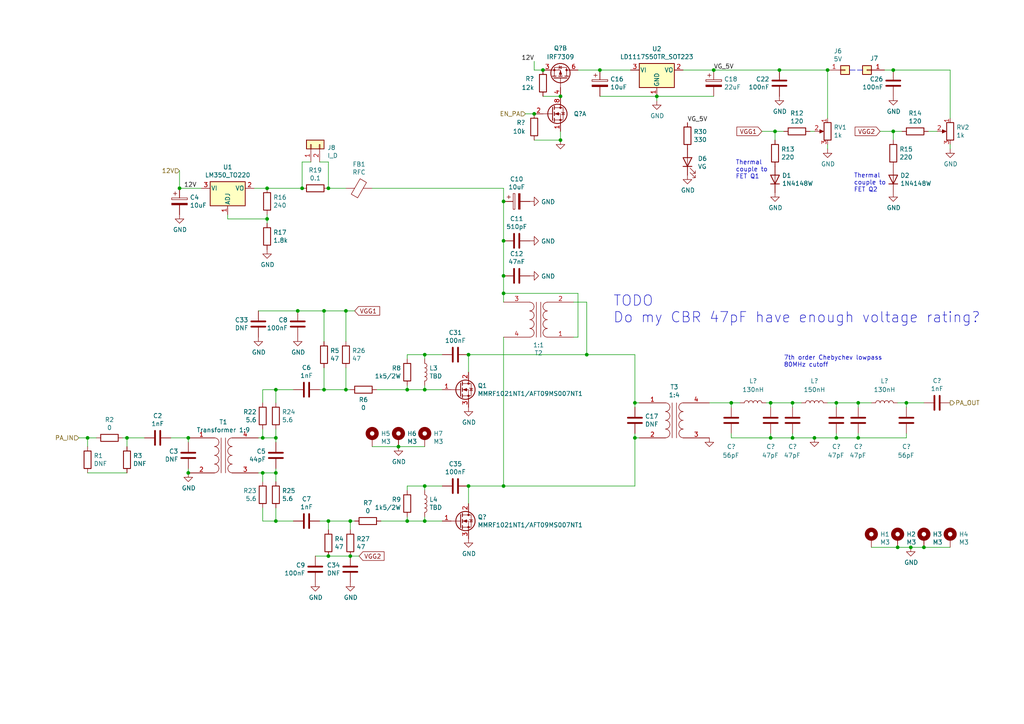
<source format=kicad_sch>
(kicad_sch (version 20211123) (generator eeschema)
  (paper "A4")
  (title_block (title "DART-70 TRX") (date "2023-01-22") (rev "0") (company "HB9EGM") (comment 1 "A 4m Band SSB/CW Transceiver"))
  (lib_symbols
    (symbol "AFT09MS007NT1-Pushpull-rescue:CP-Device" (pin_numbers hide) (pin_names (offset 0.254))
      (property "Reference" "C" (at 0.635 2.54 0))
      (property "Value" "CP-Device" (at 0.635 -2.54 0))
      (symbol "CP-Device_0_1"
        (rectangle (start -2.286 0.508) (end 2.286 1.016))
        (polyline (pts (xy -1.778 2.286) (xy -0.762 2.286)))
        (polyline (pts (xy -1.27 2.794) (xy -1.27 1.778)))
        (rectangle (start 2.286 -0.508) (end -2.286 -1.016) (fill (type outline)))
      )
      (symbol "CP-Device_1_1"
        (pin passive line (at 0 3.81 270) (length 2.794) (name "~") (number "1"))
        (pin passive line (at 0 -3.81 90) (length 2.794) (name "~") (number "2"))
      )
    )
    (symbol "AFT09MS007NT1-Pushpull-rescue:Ferrite_Bead-Device" (pin_numbers hide) (pin_names (offset 0))
      (property "Reference" "FB" (at -3.81 0.635 90))
      (property "Value" "Ferrite_Bead-Device" (at 3.81 0 90))
      (symbol "Ferrite_Bead-Device_0_1"
        (polyline (pts (xy 0 -1.27) (xy 0 -1.2192)))
        (polyline (pts (xy 0 1.27) (xy 0 1.2954)))
        (polyline (pts (xy -2.7686 0.4064) (xy -1.7018 2.2606) (xy 2.7686 -0.3048) (xy 1.6764 -2.159) (xy -2.7686 0.4064)))
      )
      (symbol "Ferrite_Bead-Device_1_1"
        (pin passive line (at 0 3.81 270) (length 2.54) (name "~") (number "1"))
        (pin passive line (at 0 -3.81 90) (length 2.54) (name "~") (number "2"))
      )
    )
    (symbol "AFT09MS007NT1-Pushpull-rescue:R_POT-Device" (pin_names (offset 1.016) hide)
      (property "Reference" "RV" (at -4.445 0 90))
      (property "Value" "R_POT-Device" (at -2.54 0 90))
      (symbol "R_POT-Device_0_1"
        (polyline (pts (xy 2.54 0) (xy 1.524 0)))
        (polyline (pts (xy 1.143 0) (xy 2.286 0.508) (xy 2.286 -0.508) (xy 1.143 0)) (fill (type outline)))
        (rectangle (start 1.016 2.54) (end -1.016 -2.54) (stroke (width 0.254)))
      )
      (symbol "R_POT-Device_1_1"
        (pin passive line (at 0 3.81 270) (length 1.27) (name "1") (number "1"))
        (pin passive line (at 3.81 0 180) (length 1.27) (name "2") (number "2"))
        (pin passive line (at 0 -3.81 90) (length 1.27) (name "3") (number "3"))
      )
    )
    (symbol "Connector_Generic:Conn_01x01" (pin_names (offset 1.016) hide)
      (property "Reference" "J" (at 0 2.54 0))
      (property "Value" "Conn_01x01" (at 0 -2.54 0))
      (symbol "Conn_01x01_1_1"
        (rectangle (start -1.27 0.127) (end 0 -0.127) (stroke (width 0.1524)))
        (rectangle (start -1.27 1.27) (end 1.27 -1.27) (stroke (width 0.254)) (fill (type background)))
        (pin passive line (at -5.08 0 0) (length 3.81) (name "Pin_1") (number "1"))
      )
    )
    (symbol "Connector_Generic:Conn_01x02" (pin_names (offset 1.016) hide)
      (property "Reference" "J" (at 0 2.54 0))
      (property "Value" "Conn_01x02" (at 0 -5.08 0))
      (symbol "Conn_01x02_1_1"
        (rectangle (start -1.27 -2.413) (end 0 -2.667) (stroke (width 0.1524)))
        (rectangle (start -1.27 0.127) (end 0 -0.127) (stroke (width 0.1524)))
        (rectangle (start -1.27 1.27) (end 1.27 -3.81) (stroke (width 0.254)) (fill (type background)))
        (pin passive line (at -5.08 0 0) (length 3.81) (name "Pin_1") (number "1"))
        (pin passive line (at -5.08 -2.54 0) (length 3.81) (name "Pin_2") (number "2"))
      )
    )
    (symbol "Device:C" (pin_numbers hide) (pin_names (offset 0.254))
      (property "Reference" "C" (at 0.635 2.54 0))
      (property "Value" "C" (at 0.635 -2.54 0))
      (symbol "C_0_1"
        (polyline (pts (xy -2.032 -0.762) (xy 2.032 -0.762)) (stroke (width 0.508)))
        (polyline (pts (xy -2.032 0.762) (xy 2.032 0.762)) (stroke (width 0.508)))
      )
      (symbol "C_1_1"
        (pin passive line (at 0 3.81 270) (length 2.794) (name "~") (number "1"))
        (pin passive line (at 0 -3.81 90) (length 2.794) (name "~") (number "2"))
      )
    )
    (symbol "Device:L" (pin_numbers hide) (pin_names (offset 1.016) hide)
      (property "Reference" "L" (at -1.27 0 90))
      (property "Value" "L" (at 1.905 0 90))
      (symbol "L_0_1"
        (arc (start 0 -2.54) (mid 0.635 -1.905) (end 0 -1.27))
        (arc (start 0 -1.27) (mid 0.635 -0.635) (end 0 0))
        (arc (start 0 0) (mid 0.635 0.635) (end 0 1.27))
        (arc (start 0 1.27) (mid 0.635 1.905) (end 0 2.54))
      )
      (symbol "L_1_1"
        (pin passive line (at 0 3.81 270) (length 1.27) (name "1") (number "1"))
        (pin passive line (at 0 -3.81 90) (length 1.27) (name "2") (number "2"))
      )
    )
    (symbol "Device:LED" (pin_numbers hide) (pin_names (offset 1.016) hide)
      (property "Reference" "D" (at 0 2.54 0))
      (property "Value" "LED" (at 0 -2.54 0))
      (symbol "LED_0_1"
        (polyline (pts (xy -1.27 -1.27) (xy -1.27 1.27)) (stroke (width 0.254)))
        (polyline (pts (xy -1.27 0) (xy 1.27 0)))
        (polyline (pts (xy 1.27 -1.27) (xy 1.27 1.27) (xy -1.27 0) (xy 1.27 -1.27)) (stroke (width 0.254)))
        (polyline (pts (xy -3.048 -0.762) (xy -4.572 -2.286) (xy -3.81 -2.286) (xy -4.572 -2.286) (xy -4.572 -1.524)))
        (polyline (pts (xy -1.778 -0.762) (xy -3.302 -2.286) (xy -2.54 -2.286) (xy -3.302 -2.286) (xy -3.302 -1.524)))
      )
      (symbol "LED_1_1"
        (pin passive line (at -3.81 0 0) (length 2.54) (name "K") (number "1"))
        (pin passive line (at 3.81 0 180) (length 2.54) (name "A") (number "2"))
      )
    )
    (symbol "Device:Q_NMOS_GDS" (pin_names (offset 0) hide)
      (property "Reference" "Q" (at 5.08 1.27 0))
      (property "Value" "Q_NMOS_GDS" (at 5.08 -1.27 0))
      (symbol "Q_NMOS_GDS_0_1"
        (polyline (pts (xy 0.254 0) (xy -2.54 0)))
        (polyline (pts (xy 0.254 1.905) (xy 0.254 -1.905)) (stroke (width 0.254)))
        (polyline (pts (xy 0.762 -1.27) (xy 0.762 -2.286)) (stroke (width 0.254)))
        (polyline (pts (xy 0.762 0.508) (xy 0.762 -0.508)) (stroke (width 0.254)))
        (polyline (pts (xy 0.762 2.286) (xy 0.762 1.27)) (stroke (width 0.254)))
        (polyline (pts (xy 2.54 2.54) (xy 2.54 1.778)))
        (polyline (pts (xy 2.54 -2.54) (xy 2.54 0) (xy 0.762 0)))
        (polyline (pts (xy 0.762 -1.778) (xy 3.302 -1.778) (xy 3.302 1.778) (xy 0.762 1.778)))
        (polyline (pts (xy 1.016 0) (xy 2.032 0.381) (xy 2.032 -0.381) (xy 1.016 0)) (fill (type outline)))
        (polyline (pts (xy 2.794 0.508) (xy 2.921 0.381) (xy 3.683 0.381) (xy 3.81 0.254)))
        (polyline (pts (xy 3.302 0.381) (xy 2.921 -0.254) (xy 3.683 -0.254) (xy 3.302 0.381)))
        (circle (center 1.651 0) (radius 2.794) (stroke (width 0.254)))
        (circle (center 2.54 -1.778) (radius 0.254) (fill (type outline)))
        (circle (center 2.54 1.778) (radius 0.254) (fill (type outline)))
      )
      (symbol "Q_NMOS_GDS_1_1"
        (pin input line (at -5.08 0 0) (length 2.54) (name "G") (number "1"))
        (pin passive line (at 2.54 5.08 270) (length 2.54) (name "D") (number "2"))
        (pin passive line (at 2.54 -5.08 90) (length 2.54) (name "S") (number "3"))
      )
    )
    (symbol "Device:R" (pin_numbers hide) (pin_names (offset 0))
      (property "Reference" "R" (at 2.032 0 90))
      (property "Value" "R" (at 0 0 90))
      (symbol "R_0_1"
        (rectangle (start -1.016 -2.54) (end 1.016 2.54) (stroke (width 0.254)))
      )
      (symbol "R_1_1"
        (pin passive line (at 0 3.81 270) (length 1.27) (name "~") (number "1"))
        (pin passive line (at 0 -3.81 90) (length 1.27) (name "~") (number "2"))
      )
    )
    (symbol "Device:Transformer_1P_1S" (pin_names (offset 1.016) hide)
      (property "Reference" "T" (at 0 6.35 0))
      (property "Value" "Transformer_1P_1S" (at 0 -7.62 0))
      (symbol "Transformer_1P_1S_0_1"
        (arc (start -2.54 -5.0546) (mid -1.6599 -4.6901) (end -1.27 -3.81))
        (arc (start -2.54 -2.5146) (mid -1.6599 -2.1501) (end -1.27 -1.27))
        (arc (start -2.54 0.0254) (mid -1.6599 0.3899) (end -1.27 1.27))
        (arc (start -2.54 2.5654) (mid -1.6599 2.9299) (end -1.27 3.81))
        (arc (start -1.27 -3.81) (mid -1.642 -2.912) (end -2.54 -2.54))
        (arc (start -1.27 -1.27) (mid -1.642 -0.372) (end -2.54 0))
        (arc (start -1.27 1.27) (mid -1.642 2.168) (end -2.54 2.54))
        (arc (start -1.27 3.81) (mid -1.642 4.708) (end -2.54 5.08))
        (polyline (pts (xy -0.635 5.08) (xy -0.635 -5.08)))
        (polyline (pts (xy 0.635 -5.08) (xy 0.635 5.08)))
        (arc (start 1.2954 -1.27) (mid 1.6599 -2.1501) (end 2.54 -2.5146))
        (arc (start 1.2954 1.27) (mid 1.6599 0.3899) (end 2.54 0.0254))
        (arc (start 1.2954 3.81) (mid 1.6599 2.9299) (end 2.54 2.5654))
        (arc (start 1.3208 -3.81) (mid 1.6853 -4.6901) (end 2.5654 -5.0546))
        (arc (start 2.54 0) (mid 1.642 -0.372) (end 1.2954 -1.27))
        (arc (start 2.54 2.54) (mid 1.642 2.168) (end 1.2954 1.27))
        (arc (start 2.54 5.08) (mid 1.642 4.708) (end 1.2954 3.81))
        (arc (start 2.5654 -2.54) (mid 1.6674 -2.912) (end 1.3208 -3.81))
      )
      (symbol "Transformer_1P_1S_1_1"
        (pin passive line (at -10.16 5.08 0) (length 7.62) (name "AA") (number "1"))
        (pin passive line (at -10.16 -5.08 0) (length 7.62) (name "AB") (number "2"))
        (pin passive line (at 10.16 -5.08 180) (length 7.62) (name "SA") (number "3"))
        (pin passive line (at 10.16 5.08 180) (length 7.62) (name "SB") (number "4"))
      )
    )
    (symbol "Diode:1N4148W" (pin_numbers hide) (pin_names hide)
      (property "Reference" "D" (at 0 2.54 0))
      (property "Value" "1N4148W" (at 0 -2.54 0))
      (symbol "1N4148W_0_1"
        (polyline (pts (xy -1.27 1.27) (xy -1.27 -1.27)) (stroke (width 0.254)))
        (polyline (pts (xy 1.27 0) (xy -1.27 0)))
        (polyline (pts (xy 1.27 1.27) (xy 1.27 -1.27) (xy -1.27 0) (xy 1.27 1.27)) (stroke (width 0.254)))
      )
      (symbol "1N4148W_1_1"
        (pin passive line (at -3.81 0 0) (length 2.54) (name "K") (number "1"))
        (pin passive line (at 3.81 0 180) (length 2.54) (name "A") (number "2"))
      )
    )
    (symbol "Mechanical:MountingHole_Pad" (pin_numbers hide) (pin_names (offset 1.016) hide)
      (property "Reference" "H" (at 0 6.35 0))
      (property "Value" "MountingHole_Pad" (at 0 4.445 0))
      (symbol "MountingHole_Pad_0_1"
        (circle (center 0 1.27) (radius 1.27) (stroke (width 1.27)))
      )
      (symbol "MountingHole_Pad_1_1"
        (pin input line (at 0 -2.54 90) (length 2.54) (name "1") (number "1"))
      )
    )
    (symbol "Regulator_Linear:LD1117S50TR_SOT223" (pin_names (offset 0.254))
      (property "Reference" "U" (at -3.81 3.175 0))
      (property "Value" "LD1117S50TR_SOT223" (at 0 3.175 0))
      (symbol "LD1117S50TR_SOT223_0_1"
        (rectangle (start -5.08 -5.08) (end 5.08 1.905) (stroke (width 0.254)) (fill (type background)))
      )
      (symbol "LD1117S50TR_SOT223_1_1"
        (pin power_in line (at 0 -7.62 90) (length 2.54) (name "GND") (number "1"))
        (pin power_out line (at 7.62 0 180) (length 2.54) (name "VO") (number "2"))
        (pin power_in line (at -7.62 0 0) (length 2.54) (name "VI") (number "3"))
      )
    )
    (symbol "Regulator_Linear:LM350_TO220" (pin_names (offset 0.254))
      (property "Reference" "U" (at -3.81 3.175 0))
      (property "Value" "LM350_TO220" (at 0 3.175 0))
      (symbol "LM350_TO220_0_1"
        (rectangle (start -5.08 1.905) (end 5.08 -5.08) (stroke (width 0.254)) (fill (type background)))
      )
      (symbol "LM350_TO220_1_1"
        (pin input line (at 0 -7.62 90) (length 2.54) (name "ADJ") (number "1"))
        (pin power_out line (at 7.62 0 180) (length 2.54) (name "VO") (number "2"))
        (pin power_in line (at -7.62 0 0) (length 2.54) (name "VI") (number "3"))
      )
    )
    (symbol "Transistor_FET:IRF7309IPBF" (pin_names hide)
      (property "Reference" "Q" (at 5.08 1.905 0))
      (property "Value" "IRF7309IPBF" (at 5.08 0 0))
      (symbol "IRF7309IPBF_0_1"
        (polyline (pts (xy 0.254 0) (xy -2.54 0)))
        (polyline (pts (xy 0.254 1.905) (xy 0.254 -1.905)) (stroke (width 0.254)))
        (polyline (pts (xy 0.762 -1.27) (xy 0.762 -2.286)) (stroke (width 0.254)))
        (polyline (pts (xy 0.762 0.508) (xy 0.762 -0.508)) (stroke (width 0.254)))
        (polyline (pts (xy 0.762 2.286) (xy 0.762 1.27)) (stroke (width 0.254)))
        (polyline (pts (xy 2.54 2.54) (xy 2.54 1.778)))
        (polyline (pts (xy 2.54 -2.54) (xy 2.54 0) (xy 0.762 0)))
        (polyline (pts (xy 0.762 -1.778) (xy 3.302 -1.778) (xy 3.302 1.778) (xy 0.762 1.778)))
        (circle (center 1.651 0) (radius 2.794) (stroke (width 0.254)))
        (circle (center 2.54 -1.778) (radius 0.254) (fill (type outline)))
        (circle (center 2.54 1.778) (radius 0.254) (fill (type outline)))
      )
      (symbol "IRF7309IPBF_1_1"
        (polyline (pts (xy 1.016 0) (xy 2.032 0.381) (xy 2.032 -0.381) (xy 1.016 0)) (fill (type outline)))
        (polyline (pts (xy 2.794 0.508) (xy 2.921 0.381) (xy 3.683 0.381) (xy 3.81 0.254)))
        (polyline (pts (xy 3.302 0.381) (xy 2.921 -0.254) (xy 3.683 -0.254) (xy 3.302 0.381)))
        (pin passive line (at 2.54 -5.08 90) (length 2.54) (name "S") (number "1"))
        (pin input line (at -5.08 0 0) (length 2.54) (name "G") (number "2"))
        (pin passive line (at 2.54 5.08 270) (length 2.54) hide (name "D") (number "7"))
        (pin passive line (at 2.54 5.08 270) (length 2.54) (name "D") (number "8"))
      )
      (symbol "IRF7309IPBF_2_1"
        (polyline (pts (xy 2.286 0) (xy 1.27 0.381) (xy 1.27 -0.381) (xy 2.286 0)) (fill (type outline)))
        (polyline (pts (xy 2.794 -0.508) (xy 2.921 -0.381) (xy 3.683 -0.381) (xy 3.81 -0.254)))
        (polyline (pts (xy 3.302 -0.381) (xy 2.921 0.254) (xy 3.683 0.254) (xy 3.302 -0.381)))
        (pin passive line (at 2.54 -5.08 90) (length 2.54) (name "1") (number "3"))
        (pin input line (at -5.08 0 0) (length 2.54) (name "G") (number "4"))
        (pin passive line (at 2.54 5.08 270) (length 2.54) hide (name "D") (number "5"))
        (pin passive line (at 2.54 5.08 270) (length 2.54) (name "D") (number "6"))
      )
    )
    (symbol "power:GND" (power) (pin_names (offset 0))
      (property "Value" "GND" (at 0 -3.81 0))
      (symbol "GND_0_1"
        (polyline (pts (xy 0 0) (xy 0 -1.27) (xy 1.27 -1.27) (xy 0 -2.54) (xy -1.27 -1.27) (xy 0 -1.27)))
      )
      (symbol "GND_1_1"
        (pin power_in line (at 0 0 270) (length 0) hide (name "GND") (number "1"))
      )
    )
    (symbol "power:GNDA" (power) (pin_names (offset 0))
      (property "Value" "GNDA" (at 0 -3.81 0))
      (symbol "GNDA_0_1"
        (polyline (pts (xy 0 0) (xy 0 -1.27) (xy 1.27 -1.27) (xy 0 -2.54) (xy -1.27 -1.27) (xy 0 -1.27)))
      )
      (symbol "GNDA_1_1"
        (pin power_in line (at 0 0 270) (length 0) hide (name "GNDA") (number "1"))
      )
    )
  )
  (junction (at 259.08 20.32))
  (junction (at 100.33 113.03))
  (junction (at 223.52 116.84))
  (junction (at 229.87 127))
  (junction (at 118.11 113.03))
  (junction (at 248.92 127))
  (junction (at 146.05 140.97))
  (junction (at 87.63 54.61))
  (junction (at 260.35 158.75))
  (junction (at 184.15 116.84))
  (junction (at 154.94 33.02))
  (junction (at 93.98 90.17))
  (junction (at 236.22 127))
  (junction (at 146.05 58.42))
  (junction (at 162.56 40.64))
  (junction (at 86.36 90.17))
  (junction (at 190.5 27.94))
  (junction (at 264.16 158.75))
  (junction (at 115.57 129.54))
  (junction (at 36.83 127))
  (junction (at 212.09 116.84))
  (junction (at 100.33 90.17))
  (junction (at 146.05 80.01))
  (junction (at 259.08 38.1))
  (junction (at 240.03 20.32))
  (junction (at 170.18 102.87))
  (junction (at 135.89 140.97))
  (junction (at 184.15 127))
  (junction (at 80.01 113.03))
  (junction (at 54.61 137.16))
  (junction (at 123.19 102.87))
  (junction (at 123.19 151.13))
  (junction (at 118.11 151.13))
  (junction (at 224.79 38.1))
  (junction (at 80.01 137.16))
  (junction (at 95.25 54.61))
  (junction (at 95.25 151.13))
  (junction (at 267.97 158.75))
  (junction (at 248.92 116.84))
  (junction (at 52.07 54.61))
  (junction (at 76.2 137.16))
  (junction (at 135.89 102.87))
  (junction (at 242.57 116.84))
  (junction (at 146.05 69.85))
  (junction (at 80.01 151.13))
  (junction (at 229.87 116.84))
  (junction (at 93.98 113.03))
  (junction (at 77.47 63.5))
  (junction (at 123.19 113.03))
  (junction (at 95.25 161.29))
  (junction (at 242.57 127))
  (junction (at 157.48 20.32))
  (junction (at 223.52 127))
  (junction (at 54.61 127))
  (junction (at 207.01 20.32))
  (junction (at 146.05 85.09))
  (junction (at 101.6 161.29))
  (junction (at 173.99 20.32))
  (junction (at 25.4 127))
  (junction (at 77.47 54.61))
  (junction (at 226.06 20.32))
  (junction (at 80.01 127))
  (junction (at 162.56 27.94))
  (junction (at 262.89 116.84))
  (junction (at 101.6 151.13))
  (junction (at 123.19 140.97))
  (junction (at 76.2 127))
  (wire (pts (xy 100.33 99.06) (xy 100.33 90.17)))
  (wire (pts (xy 262.89 125.73) (xy 262.89 127)))
  (wire (pts (xy 223.52 116.84) (xy 229.87 116.84)))
  (wire (pts (xy 93.98 113.03) (xy 93.98 106.68)))
  (wire (pts (xy 166.37 87.63) (xy 170.18 87.63)))
  (wire (pts (xy 80.01 124.46) (xy 80.01 127)))
  (wire (pts (xy 212.09 118.11) (xy 212.09 116.84)))
  (wire (pts (xy 76.2 139.7) (xy 76.2 137.16)))
  (wire (pts (xy 101.6 151.13) (xy 95.25 151.13)))
  (wire (pts (xy 76.2 137.16) (xy 74.93 137.16)))
  (wire (pts (xy 80.01 139.7) (xy 80.01 137.16)))
  (wire (pts (xy 146.05 97.79) (xy 146.05 140.97)))
  (wire (pts (xy 229.87 125.73) (xy 229.87 127)))
  (wire (pts (xy 123.19 140.97) (xy 118.11 140.97)))
  (wire (pts (xy 242.57 125.73) (xy 242.57 127)))
  (wire (pts (xy 85.09 113.03) (xy 80.01 113.03)))
  (wire (pts (xy 259.08 38.1) (xy 261.62 38.1)))
  (wire (pts (xy 198.12 20.32) (xy 207.01 20.32)))
  (wire (pts (xy 135.89 140.97) (xy 146.05 140.97)))
  (wire (pts (xy 100.33 113.03) (xy 101.6 113.03)))
  (wire (pts (xy 146.05 54.61) (xy 146.05 58.42)))
  (wire (pts (xy 262.89 116.84) (xy 267.97 116.84)))
  (wire (pts (xy 212.09 127) (xy 212.09 125.73)))
  (wire (pts (xy 152.4 33.02) (xy 154.94 33.02)))
  (wire (pts (xy 275.59 34.29) (xy 275.59 20.32)))
  (wire (pts (xy 184.15 125.73) (xy 184.15 127)))
  (wire (pts (xy 123.19 113.03) (xy 128.27 113.03)))
  (wire (pts (xy 95.25 161.29) (xy 101.6 161.29)))
  (wire (pts (xy 223.52 125.73) (xy 223.52 127)))
  (wire (pts (xy 101.6 161.29) (xy 104.14 161.29)))
  (wire (pts (xy 260.35 158.75) (xy 264.16 158.75)))
  (wire (pts (xy 93.98 99.06) (xy 93.98 90.17)))
  (wire (pts (xy 184.15 116.84) (xy 184.15 118.11)))
  (wire (pts (xy 157.48 27.94) (xy 162.56 27.94)))
  (wire (pts (xy 92.71 46.99) (xy 95.25 46.99)))
  (wire (pts (xy 123.19 111.76) (xy 123.19 113.03)))
  (wire (pts (xy 173.99 20.32) (xy 167.64 20.32)))
  (wire (pts (xy 118.11 111.76) (xy 118.11 113.03)))
  (wire (pts (xy 123.19 104.14) (xy 123.19 102.87)))
  (wire (pts (xy 229.87 127) (xy 223.52 127)))
  (wire (pts (xy 102.87 90.17) (xy 100.33 90.17)))
  (wire (pts (xy 128.27 140.97) (xy 123.19 140.97)))
  (wire (pts (xy 222.25 116.84) (xy 223.52 116.84)))
  (wire (pts (xy 248.92 116.84) (xy 242.57 116.84)))
  (wire (pts (xy 262.89 116.84) (xy 262.89 118.11)))
  (wire (pts (xy 162.56 38.1) (xy 162.56 40.64)))
  (wire (pts (xy 76.2 113.03) (xy 80.01 113.03)))
  (wire (pts (xy 52.07 54.61) (xy 58.42 54.61)))
  (wire (pts (xy 80.01 127) (xy 76.2 127)))
  (wire (pts (xy 22.86 127) (xy 25.4 127)))
  (wire (pts (xy 205.74 116.84) (xy 212.09 116.84)))
  (wire (pts (xy 166.37 97.79) (xy 167.64 97.79)))
  (wire (pts (xy 36.83 129.54) (xy 36.83 127)))
  (wire (pts (xy 25.4 127) (xy 27.94 127)))
  (wire (pts (xy 93.98 90.17) (xy 86.36 90.17)))
  (wire (pts (xy 267.97 158.75) (xy 275.59 158.75)))
  (wire (pts (xy 66.04 63.5) (xy 77.47 63.5)))
  (wire (pts (xy 223.52 116.84) (xy 223.52 118.11)))
  (wire (pts (xy 80.01 135.89) (xy 80.01 137.16)))
  (wire (pts (xy 242.57 127) (xy 236.22 127)))
  (wire (pts (xy 173.99 27.94) (xy 190.5 27.94)))
  (wire (pts (xy 162.56 40.64) (xy 154.94 40.64)))
  (wire (pts (xy 66.04 63.5) (xy 66.04 62.23)))
  (wire (pts (xy 252.73 116.84) (xy 248.92 116.84)))
  (wire (pts (xy 73.66 54.61) (xy 77.47 54.61)))
  (wire (pts (xy 107.95 54.61) (xy 146.05 54.61)))
  (wire (pts (xy 256.54 20.32) (xy 259.08 20.32)))
  (wire (pts (xy 36.83 137.16) (xy 25.4 137.16)))
  (wire (pts (xy 259.08 40.64) (xy 259.08 38.1)))
  (wire (pts (xy 123.19 151.13) (xy 128.27 151.13)))
  (wire (pts (xy 100.33 90.17) (xy 93.98 90.17)))
  (wire (pts (xy 49.53 127) (xy 54.61 127)))
  (wire (pts (xy 236.22 127) (xy 229.87 127)))
  (wire (pts (xy 80.01 113.03) (xy 80.01 116.84)))
  (wire (pts (xy 242.57 116.84) (xy 242.57 118.11)))
  (polyline (pts (xy 246.38 20.32) (xy 250.19 20.32)))
  (wire (pts (xy 95.25 54.61) (xy 95.25 46.99)))
  (wire (pts (xy 123.19 142.24) (xy 123.19 140.97)))
  (wire (pts (xy 135.89 107.95) (xy 135.89 102.87)))
  (wire (pts (xy 242.57 116.84) (xy 240.03 116.84)))
  (wire (pts (xy 264.16 158.75) (xy 267.97 158.75)))
  (wire (pts (xy 80.01 137.16) (xy 76.2 137.16)))
  (wire (pts (xy 240.03 34.29) (xy 240.03 20.32)))
  (wire (pts (xy 224.79 40.64) (xy 224.79 38.1)))
  (wire (pts (xy 101.6 153.67) (xy 101.6 151.13)))
  (wire (pts (xy 262.89 127) (xy 248.92 127)))
  (wire (pts (xy 123.19 102.87) (xy 118.11 102.87)))
  (wire (pts (xy 54.61 135.89) (xy 54.61 137.16)))
  (wire (pts (xy 248.92 116.84) (xy 248.92 118.11)))
  (wire (pts (xy 35.56 127) (xy 36.83 127)))
  (wire (pts (xy 76.2 116.84) (xy 76.2 113.03)))
  (wire (pts (xy 76.2 127) (xy 74.93 127)))
  (wire (pts (xy 95.25 54.61) (xy 100.33 54.61)))
  (wire (pts (xy 207.01 20.32) (xy 226.06 20.32)))
  (wire (pts (xy 91.44 161.29) (xy 95.25 161.29)))
  (wire (pts (xy 115.57 129.54) (xy 123.19 129.54)))
  (wire (pts (xy 109.22 113.03) (xy 118.11 113.03)))
  (wire (pts (xy 275.59 43.18) (xy 275.59 41.91)))
  (wire (pts (xy 76.2 124.46) (xy 76.2 127)))
  (wire (pts (xy 190.5 27.94) (xy 207.01 27.94)))
  (wire (pts (xy 118.11 151.13) (xy 123.19 151.13)))
  (wire (pts (xy 118.11 149.86) (xy 118.11 151.13)))
  (wire (pts (xy 135.89 102.87) (xy 170.18 102.87)))
  (wire (pts (xy 118.11 113.03) (xy 123.19 113.03)))
  (wire (pts (xy 252.73 158.75) (xy 260.35 158.75)))
  (wire (pts (xy 269.24 38.1) (xy 271.78 38.1)))
  (wire (pts (xy 224.79 38.1) (xy 220.98 38.1)))
  (wire (pts (xy 128.27 102.87) (xy 123.19 102.87)))
  (wire (pts (xy 80.01 128.27) (xy 80.01 127)))
  (wire (pts (xy 77.47 64.77) (xy 77.47 63.5)))
  (wire (pts (xy 77.47 63.5) (xy 77.47 62.23)))
  (wire (pts (xy 76.2 151.13) (xy 76.2 147.32)))
  (wire (pts (xy 240.03 43.18) (xy 240.03 41.91)))
  (wire (pts (xy 184.15 127) (xy 185.42 127)))
  (wire (pts (xy 229.87 116.84) (xy 232.41 116.84)))
  (wire (pts (xy 227.33 38.1) (xy 224.79 38.1)))
  (wire (pts (xy 146.05 80.01) (xy 146.05 85.09)))
  (wire (pts (xy 190.5 29.21) (xy 190.5 27.94)))
  (wire (pts (xy 25.4 129.54) (xy 25.4 127)))
  (wire (pts (xy 36.83 127) (xy 41.91 127)))
  (wire (pts (xy 255.27 38.1) (xy 259.08 38.1)))
  (wire (pts (xy 135.89 140.97) (xy 135.89 146.05)))
  (wire (pts (xy 93.98 113.03) (xy 100.33 113.03)))
  (wire (pts (xy 167.64 97.79) (xy 167.64 85.09)))
  (wire (pts (xy 95.25 153.67) (xy 95.25 151.13)))
  (wire (pts (xy 77.47 54.61) (xy 87.63 54.61)))
  (wire (pts (xy 154.94 17.78) (xy 154.94 20.32)))
  (wire (pts (xy 184.15 116.84) (xy 184.15 102.87)))
  (wire (pts (xy 167.64 85.09) (xy 146.05 85.09)))
  (wire (pts (xy 229.87 118.11) (xy 229.87 116.84)))
  (wire (pts (xy 95.25 151.13) (xy 92.71 151.13)))
  (wire (pts (xy 102.87 151.13) (xy 101.6 151.13)))
  (wire (pts (xy 154.94 20.32) (xy 157.48 20.32)))
  (wire (pts (xy 184.15 140.97) (xy 184.15 127)))
  (wire (pts (xy 170.18 87.63) (xy 170.18 102.87)))
  (wire (pts (xy 146.05 140.97) (xy 184.15 140.97)))
  (wire (pts (xy 184.15 102.87) (xy 170.18 102.87)))
  (wire (pts (xy 275.59 20.32) (xy 259.08 20.32)))
  (wire (pts (xy 146.05 85.09) (xy 146.05 87.63)))
  (wire (pts (xy 107.95 129.54) (xy 115.57 129.54)))
  (wire (pts (xy 248.92 125.73) (xy 248.92 127)))
  (wire (pts (xy 80.01 151.13) (xy 80.01 147.32)))
  (wire (pts (xy 240.03 20.32) (xy 226.06 20.32)))
  (wire (pts (xy 248.92 127) (xy 242.57 127)))
  (wire (pts (xy 54.61 128.27) (xy 54.61 127)))
  (wire (pts (xy 234.95 38.1) (xy 236.22 38.1)))
  (wire (pts (xy 118.11 102.87) (xy 118.11 104.14)))
  (wire (pts (xy 146.05 58.42) (xy 146.05 69.85)))
  (wire (pts (xy 118.11 140.97) (xy 118.11 142.24)))
  (wire (pts (xy 260.35 116.84) (xy 262.89 116.84)))
  (wire (pts (xy 110.49 151.13) (xy 118.11 151.13)))
  (wire (pts (xy 173.99 20.32) (xy 182.88 20.32)))
  (wire (pts (xy 52.07 49.53) (xy 52.07 54.61)))
  (wire (pts (xy 212.09 116.84) (xy 214.63 116.84)))
  (wire (pts (xy 185.42 116.84) (xy 184.15 116.84)))
  (wire (pts (xy 100.33 106.68) (xy 100.33 113.03)))
  (wire (pts (xy 146.05 69.85) (xy 146.05 80.01)))
  (wire (pts (xy 90.17 46.99) (xy 87.63 46.99)))
  (wire (pts (xy 85.09 151.13) (xy 80.01 151.13)))
  (wire (pts (xy 80.01 151.13) (xy 76.2 151.13)))
  (wire (pts (xy 123.19 149.86) (xy 123.19 151.13)))
  (wire (pts (xy 87.63 46.99) (xy 87.63 54.61)))
  (wire (pts (xy 223.52 127) (xy 212.09 127)))
  (wire (pts (xy 92.71 113.03) (xy 93.98 113.03)))
  (wire (pts (xy 74.93 90.17) (xy 86.36 90.17)))
  (text "Thermal\ncouple to\nFET Q2" (at 247.65 55.88 0) (effects (font (size 1.27 1.27)) (justify left bottom)))
  (text "Thermal\ncouple to\nFET Q1" (at 213.36 52.07 0) (effects (font (size 1.27 1.27)) (justify left bottom)))
  (text "7th order Chebychev lowpass\n80MHz cutoff" (at 227.33 106.68 0) (effects (font (size 1.27 1.27)) (justify left bottom)))
  (text "TODO\nDo my CBR 47pF have enough voltage rating?" (at 177.8 93.98 0) (effects (font (size 3 3)) (justify left bottom)))
  (label "12V" (at 53.34 54.61 0))
  (label "VG_5V" (at 207.01 20.32 0))
  (label "12V" (at 154.94 17.78 180))
  (label "VG_5V" (at 199.39 35.56 0))
  (global_label "VGG2" (shape input) (at 104.14 161.29 0) (property "Intersheet References" "${INTERSHEET_REFS}" (effects hide)))
  (global_label "VGG1" (shape input) (at 102.87 90.17 0) (property "Intersheet References" "${INTERSHEET_REFS}" (effects hide)))
  (global_label "VGG2" (shape input) (at 255.27 38.1 180) (property "Intersheet References" "${INTERSHEET_REFS}" (effects hide)))
  (global_label "VGG1" (shape input) (at 220.98 38.1 180) (property "Intersheet References" "${INTERSHEET_REFS}" (effects hide)))
  (hierarchical_label "EN_PA" (shape input) (at 152.4 33.02 180))
  (hierarchical_label "PA_OUT" (shape output) (at 275.59 116.84 0))
  (hierarchical_label "12V" (shape input) (at 52.07 49.53 180))
  (hierarchical_label "PA_IN" (shape input) (at 22.86 127 180))
  (symbol (lib_id "Device:R") (at 224.79 44.45 0) (unit 1)
    (property "Reference" "R13" (at 226.568 43.2816 0) (effects (justify left)))
    (property "Value" "220" (at 226.568 45.593 0) (effects (justify left)))
    (property "Footprint" "Resistor_SMD:R_0805_2012Metric" (effects hide))
  )
  (symbol (lib_id "Device:Transformer_1P_1S") (at 195.58 121.92 0) (unit 1)
    (property "Reference" "T3" (at 195.58 112.2426 0))
    (property "Value" "1:4" (at 195.58 114.554 0))
    (property "Footprint" "mmrf1021-pa:four_4mm_pads" (effects hide))
  )
  (symbol (lib_id "Device:C") (at 184.15 121.92 180) (unit 1)
    (property "Reference" "C17" (at 187.071 120.7516 0) (effects (justify right)))
    (property "Value" "DNF" (at 187.071 123.063 0) (effects (justify right)))
    (property "Footprint" "mmrf1021-pa:two_2mm_pads" (effects hide))
  )
  (symbol (lib_id "Device:C") (at 45.72 127 270) (unit 1)
    (property "Reference" "C2" (at 45.72 120.5992 90))
    (property "Value" "1nF" (at 45.72 122.9106 90))
    (property "Footprint" "Capacitor_SMD:C_0805_2012Metric" (effects hide))
    (property "MPN" "VJ0805A102GXXPW1BC" (effects hide))
  )
  (symbol (lib_id "AFT09MS007NT1-Pushpull-rescue:R_POT-Device") (at 240.03 38.1 0) (mirror y) (unit 1)
    (property "Reference" "RV1" (at 241.808 36.9316 0) (effects (justify right)))
    (property "Value" "1k" (at 241.808 39.243 0) (effects (justify right)))
    (property "Footprint" "Potentiometer_SMD:Potentiometer_Bourns_3214W_Vertical" (effects hide))
    (property "MPN" "Bourns 3214W-1-102E" (effects hide))
  )
  (symbol (lib_id "Device:C") (at 226.06 24.13 180) (unit 1)
    (property "Reference" "C22" (at 223.1644 22.9616 0) (effects (justify left)))
    (property "Value" "100nF" (at 223.1644 25.273 0) (effects (justify left)))
    (property "Footprint" "Capacitor_SMD:C_0805_2012Metric" (effects hide))
    (property "MPN" "GRM188R71H104KA93D" (effects hide))
  )
  (symbol (lib_id "power:GND") (at 226.06 27.94 0) (unit 1)
    (property "Reference" "#PWR023" (effects hide))
    (property "Value" "GND" (at 226.187 32.3342 0))
  )
  (symbol (lib_id "Mechanical:MountingHole_Pad") (at 252.73 156.21 0) (unit 1)
    (property "Reference" "H1" (at 255.27 154.9654 0) (effects (justify left)))
    (property "Value" "M3" (at 255.27 157.2768 0) (effects (justify left)))
    (property "Footprint" "MountingHole:MountingHole_3.2mm_M3_DIN965_Pad" (effects hide))
  )
  (symbol (lib_id "Mechanical:MountingHole_Pad") (at 260.35 156.21 0) (unit 1)
    (property "Reference" "H2" (at 262.89 154.9654 0) (effects (justify left)))
    (property "Value" "M3" (at 262.89 157.2768 0) (effects (justify left)))
    (property "Footprint" "MountingHole:MountingHole_3.2mm_M3_DIN965_Pad" (effects hide))
  )
  (symbol (lib_id "Mechanical:MountingHole_Pad") (at 267.97 156.21 0) (unit 1)
    (property "Reference" "H3" (at 270.51 154.9654 0) (effects (justify left)))
    (property "Value" "M3" (at 270.51 157.2768 0) (effects (justify left)))
    (property "Footprint" "MountingHole:MountingHole_3.2mm_M3_DIN965_Pad" (effects hide))
  )
  (symbol (lib_id "Mechanical:MountingHole_Pad") (at 275.59 156.21 0) (unit 1)
    (property "Reference" "H4" (at 278.13 154.9654 0) (effects (justify left)))
    (property "Value" "M3" (at 278.13 157.2768 0) (effects (justify left)))
    (property "Footprint" "MountingHole:MountingHole_3.2mm_M3_DIN965_Pad" (effects hide))
  )
  (symbol (lib_id "power:GND") (at 264.16 158.75 0) (unit 1)
    (property "Reference" "#PWR08" (effects hide))
    (property "Value" "GND" (at 264.287 163.1442 0))
  )
  (symbol (lib_id "Diode:1N4148W") (at 224.79 52.07 90) (unit 1)
    (property "Reference" "D1" (at 226.822 50.9016 90) (effects (justify right)))
    (property "Value" "1N4148W" (at 226.822 53.213 90) (effects (justify right)))
    (property "Footprint" "Diode_SMD:D_SOD-123F" (effects hide))
  )
  (symbol (lib_id "power:GND") (at 224.79 55.88 0) (unit 1)
    (property "Reference" "#PWR024" (effects hide))
    (property "Value" "GND" (at 224.917 60.2742 0))
  )
  (symbol (lib_id "Mechanical:MountingHole_Pad") (at 123.19 127 0) (unit 1)
    (property "Reference" "H7" (at 125.73 125.7554 0) (effects (justify left)))
    (property "Value" "M3" (at 125.73 128.0668 0) (effects (justify left)))
    (property "Footprint" "MountingHole:MountingHole_3.2mm_M3_DIN965_Pad" (effects hide))
  )
  (symbol (lib_id "Device:R") (at 100.33 102.87 0) (unit 1)
    (property "Reference" "R26" (at 102.108 101.7016 0) (effects (justify left)))
    (property "Value" "47" (at 102.108 104.013 0) (effects (justify left)))
    (property "Footprint" "Resistor_SMD:R_0805_2012Metric" (effects hide))
  )
  (symbol (lib_id "Device:R") (at 101.6 157.48 0) (unit 1)
    (property "Reference" "R27" (at 103.378 156.3116 0) (effects (justify left)))
    (property "Value" "47" (at 103.378 158.623 0) (effects (justify left)))
    (property "Footprint" "Resistor_SMD:R_0805_2012Metric" (effects hide))
  )
  (symbol (lib_id "Device:R") (at 80.01 143.51 0) (unit 1)
    (property "Reference" "R25" (at 81.788 142.3416 0) (effects (justify left)))
    (property "Value" "5.6" (at 81.788 144.653 0) (effects (justify left)))
    (property "Footprint" "Resistor_SMD:R_0805_2012Metric" (effects hide))
  )
  (symbol (lib_id "Device:R") (at 76.2 143.51 0) (unit 1)
    (property "Reference" "R23" (at 74.4474 142.3416 0) (effects (justify right)))
    (property "Value" "5.6" (at 74.4474 144.653 0) (effects (justify right)))
    (property "Footprint" "Resistor_SMD:R_0805_2012Metric" (effects hide))
  )
  (symbol (lib_id "Device:Transformer_1P_1S") (at 64.77 132.08 0) (unit 1)
    (property "Reference" "T1" (at 64.77 122.4026 0))
    (property "Value" "Transformer 1:9" (at 64.77 124.714 0))
    (property "Footprint" "mmrf1021-pa:four_4mm_pads_narrow" (effects hide))
  )
  (symbol (lib_id "power:GND") (at 54.61 137.16 0) (unit 1)
    (property "Reference" "#PWR03" (effects hide))
    (property "Value" "GND" (at 54.737 141.5542 0))
  )
  (symbol (lib_id "Device:C") (at 54.61 132.08 180) (unit 1)
    (property "Reference" "C3" (at 51.7144 130.9116 0) (effects (justify left)))
    (property "Value" "DNF" (at 51.7144 133.223 0) (effects (justify left)))
    (property "Footprint" "Capacitor_SMD:C_0805_2012Metric" (effects hide))
  )
  (symbol (lib_id "Device:R") (at 80.01 120.65 0) (unit 1)
    (property "Reference" "R24" (at 81.788 119.4816 0) (effects (justify left)))
    (property "Value" "5.6" (at 81.788 121.793 0) (effects (justify left)))
    (property "Footprint" "Resistor_SMD:R_0805_2012Metric" (effects hide))
  )
  (symbol (lib_id "Device:R") (at 76.2 120.65 0) (unit 1)
    (property "Reference" "R22" (at 74.4474 119.4816 0) (effects (justify right)))
    (property "Value" "5.6" (at 74.4474 121.793 0) (effects (justify right)))
    (property "Footprint" "Resistor_SMD:R_0805_2012Metric" (effects hide))
  )
  (symbol (lib_id "Device:C") (at 80.01 132.08 180) (unit 1)
    (property "Reference" "C5" (at 77.1144 130.9116 0) (effects (justify left)))
    (property "Value" "44pF" (at 77.1144 133.223 0) (effects (justify left)))
    (property "Footprint" "Capacitor_SMD:C_0805_2012Metric" (effects hide))
  )
  (symbol (lib_id "Device:C") (at 88.9 113.03 90) (unit 1)
    (property "Reference" "C6" (at 88.9 106.6292 90))
    (property "Value" "1nF" (at 88.9 108.9406 90))
    (property "Footprint" "Capacitor_SMD:C_0805_2012Metric" (effects hide))
    (property "MPN" "VJ0805A102GXXPW1BC" (effects hide))
  )
  (symbol (lib_id "Device:C") (at 88.9 151.13 90) (unit 1)
    (property "Reference" "C7" (at 88.9 144.7292 90))
    (property "Value" "1nF" (at 88.9 147.0406 90))
    (property "Footprint" "Capacitor_SMD:C_0805_2012Metric" (effects hide))
    (property "MPN" "VJ0805A102GXXPW1BC" (effects hide))
  )
  (symbol (lib_id "Device:R") (at 93.98 102.87 0) (unit 1)
    (property "Reference" "R5" (at 95.758 101.7016 0) (effects (justify left)))
    (property "Value" "47" (at 95.758 104.013 0) (effects (justify left)))
    (property "Footprint" "Resistor_SMD:R_0805_2012Metric" (effects hide))
  )
  (symbol (lib_id "Device:C") (at 86.36 93.98 180) (unit 1)
    (property "Reference" "C8" (at 83.4644 92.8116 0) (effects (justify left)))
    (property "Value" "100nF" (at 83.4644 95.123 0) (effects (justify left)))
    (property "Footprint" "Capacitor_SMD:C_0805_2012Metric" (effects hide))
    (property "MPN" "GRM188R71H104KA93D" (effects hide))
  )
  (symbol (lib_id "power:GND") (at 86.36 97.79 0) (unit 1)
    (property "Reference" "#PWR06" (effects hide))
    (property "Value" "GND" (at 86.487 102.1842 0))
  )
  (symbol (lib_id "Device:R") (at 95.25 157.48 0) (unit 1)
    (property "Reference" "R4" (at 97.028 156.3116 0) (effects (justify left)))
    (property "Value" "47" (at 97.028 158.623 0) (effects (justify left)))
    (property "Footprint" "Resistor_SMD:R_0805_2012Metric" (effects hide))
  )
  (symbol (lib_id "power:GND") (at 91.44 168.91 0) (unit 1)
    (property "Reference" "#PWR07" (effects hide))
    (property "Value" "GND" (at 91.567 173.3042 0))
  )
  (symbol (lib_id "Device:R") (at 106.68 151.13 270) (unit 1)
    (property "Reference" "R7" (at 106.68 145.8722 90))
    (property "Value" "0" (at 106.68 148.1836 90))
    (property "Footprint" "Resistor_SMD:R_0805_2012Metric" (effects hide))
  )
  (symbol (lib_id "Device:R") (at 105.41 113.03 270) (unit 1)
    (property "Reference" "R6" (at 105.41 115.951 90))
    (property "Value" "0" (at 105.41 118.2624 90))
    (property "Footprint" "Resistor_SMD:R_0805_2012Metric" (effects hide))
  )
  (symbol (lib_id "Device:R") (at 118.11 146.05 0) (unit 1)
    (property "Reference" "R9" (at 116.332 144.8816 0) (effects (justify right)))
    (property "Value" "1k5/2W" (at 116.332 147.193 0) (effects (justify right)))
    (property "Footprint" "Resistor_SMD:R_0805_2012Metric" (effects hide))
  )
  (symbol (lib_id "Device:L") (at 123.19 146.05 0) (unit 1)
    (property "Reference" "L4" (at 124.5108 144.8816 0) (effects (justify left)))
    (property "Value" "TBD" (at 124.5108 147.193 0) (effects (justify left)))
    (property "Footprint" "Inductor_SMD:L_1008_2520Metric" (effects hide))
    (property "MPN" "LQW2UASR47F00L" (effects hide))
  )
  (symbol (lib_id "power:GND") (at 101.6 168.91 0) (unit 1)
    (property "Reference" "#PWR0101" (effects hide))
    (property "Value" "GND" (at 101.727 173.3042 0))
  )
  (symbol (lib_id "Device:C") (at 101.6 165.1 180) (unit 1)
    (property "Reference" "C34" (at 98.7044 163.9316 0) (effects (justify left)))
    (property "Value" "DNF" (at 98.7044 166.243 0) (effects (justify left)))
    (property "Footprint" "Capacitor_SMD:C_0805_2012Metric" (effects hide))
  )
  (symbol (lib_id "power:GND") (at 135.89 156.21 0) (unit 1)
    (property "Reference" "#PWR012" (effects hide))
    (property "Value" "GND" (at 136.017 160.6042 0))
  )
  (symbol (lib_id "Device:Transformer_1P_1S") (at 156.21 92.71 180) (unit 1)
    (property "Reference" "T2" (at 156.21 102.3874 0))
    (property "Value" "1:1" (at 156.21 100.076 0))
    (property "Footprint" "mmrf1021-pa:four_4mm_pads_narrow" (effects hide))
  )
  (symbol (lib_id "Device:C") (at 74.93 93.98 180) (unit 1)
    (property "Reference" "C33" (at 72.0344 92.8116 0) (effects (justify left)))
    (property "Value" "DNF" (at 72.0344 95.123 0) (effects (justify left)))
    (property "Footprint" "Capacitor_SMD:C_0805_2012Metric" (effects hide))
  )
  (symbol (lib_id "Device:Q_NMOS_GDS") (at 133.35 113.03 0) (unit 1)
    (property "Reference" "Q1" (at 138.5316 111.8616 0) (effects (justify left)))
    (property "Value" "MMRF1021NT1/AFT09MS007NT1" (at 138.5316 114.173 0) (effects (justify left)))
    (property "Footprint" "mmrf1021-pa:PLD-1.5W" (effects hide))
  )
  (symbol (lib_id "Mechanical:MountingHole_Pad") (at 107.95 127 0) (unit 1)
    (property "Reference" "H5" (at 110.49 125.7554 0) (effects (justify left)))
    (property "Value" "M3" (at 110.49 128.0668 0) (effects (justify left)))
    (property "Footprint" "MountingHole:MountingHole_3.2mm_M3_DIN965_Pad" (effects hide))
  )
  (symbol (lib_id "Mechanical:MountingHole_Pad") (at 115.57 127 0) (unit 1)
    (property "Reference" "H6" (at 118.11 125.7554 0) (effects (justify left)))
    (property "Value" "M3" (at 118.11 128.0668 0) (effects (justify left)))
    (property "Footprint" "MountingHole:MountingHole_3.2mm_M3_DIN965_Pad" (effects hide))
  )
  (symbol (lib_id "power:GND") (at 115.57 129.54 0) (unit 1)
    (property "Reference" "#PWR09" (effects hide))
    (property "Value" "GND" (at 115.697 133.9342 0))
  )
  (symbol (lib_id "Device:R") (at 118.11 107.95 0) (unit 1)
    (property "Reference" "R8" (at 116.332 106.7816 0) (effects (justify right)))
    (property "Value" "1k5/2W" (at 116.332 109.093 0) (effects (justify right)))
    (property "Footprint" "Resistor_SMD:R_0805_2012Metric" (effects hide))
  )
  (symbol (lib_id "Device:L") (at 123.19 107.95 0) (unit 1)
    (property "Reference" "L3" (at 124.5108 106.7816 0) (effects (justify left)))
    (property "Value" "TBD" (at 124.5108 109.093 0) (effects (justify left)))
    (property "Footprint" "Inductor_SMD:L_1008_2520Metric" (effects hide))
    (property "MPN" "LQW2UASR47F00L" (effects hide))
  )
  (symbol (lib_id "power:GND") (at 135.89 118.11 0) (unit 1)
    (property "Reference" "#PWR011" (effects hide))
    (property "Value" "GND" (at 136.017 122.5042 0))
  )
  (symbol (lib_id "power:GND") (at 74.93 97.79 0) (unit 1)
    (property "Reference" "#PWR0102" (effects hide))
    (property "Value" "GND" (at 75.057 102.1842 0))
  )
  (symbol (lib_id "Device:C") (at 149.86 80.01 270) (mirror x) (unit 1)
    (property "Reference" "C12" (at 149.86 73.6092 90))
    (property "Value" "47nF" (at 149.86 75.9206 90))
    (property "Footprint" "Capacitor_SMD:C_0805_2012Metric" (effects hide))
  )
  (symbol (lib_id "Device:C") (at 149.86 69.85 270) (mirror x) (unit 1)
    (property "Reference" "C11" (at 149.86 63.4492 90))
    (property "Value" "510pF" (at 149.86 65.7606 90))
    (property "Footprint" "Capacitor_SMD:C_0805_2012Metric" (effects hide))
  )
  (symbol (lib_id "power:GND") (at 153.67 80.01 90) (mirror x) (unit 1)
    (property "Reference" "#PWR015" (effects hide))
    (property "Value" "GND" (at 156.9212 80.137 90) (effects (justify right)))
  )
  (symbol (lib_id "power:GND") (at 153.67 69.85 90) (mirror x) (unit 1)
    (property "Reference" "#PWR014" (effects hide))
    (property "Value" "GND" (at 156.9212 69.977 90) (effects (justify right)))
  )
  (symbol (lib_id "AFT09MS007NT1-Pushpull-rescue:CP-Device") (at 149.86 58.42 90) (mirror x) (unit 1)
    (property "Reference" "C10" (at 149.86 51.943 90))
    (property "Value" "10uF" (at 149.86 54.2544 90))
    (property "Footprint" "Capacitor_SMD:C_1210_3225Metric_Pad1.33x2.70mm_HandSolder" (effects hide))
  )
  (symbol (lib_id "power:GND") (at 153.67 58.42 90) (mirror x) (unit 1)
    (property "Reference" "#PWR013" (effects hide))
    (property "Value" "GND" (at 156.9212 58.547 90) (effects (justify right)))
  )
  (symbol (lib_id "AFT09MS007NT1-Pushpull-rescue:Ferrite_Bead-Device") (at 104.14 54.61 90) (unit 1)
    (property "Reference" "FB1" (at 104.14 47.6504 90))
    (property "Value" "RFC" (at 104.14 49.9618 90))
    (property "Footprint" "mmrf1021-pa:large_inductor" (effects hide))
  )
  (symbol (lib_id "AFT09MS007NT1-Pushpull-rescue:CP-Device") (at 173.99 24.13 0) (unit 1)
    (property "Reference" "C16" (at 176.9872 22.9616 0) (effects (justify left)))
    (property "Value" "10uF" (at 176.9872 25.273 0) (effects (justify left)))
    (property "Footprint" "Capacitor_SMD:C_1210_3225Metric_Pad1.33x2.70mm_HandSolder" (effects hide))
  )
  (symbol (lib_id "AFT09MS007NT1-Pushpull-rescue:CP-Device") (at 207.01 24.13 0) (unit 1)
    (property "Reference" "C18" (at 210.0072 22.9616 0) (effects (justify left)))
    (property "Value" "22uF" (at 210.0072 25.273 0) (effects (justify left)))
    (property "Footprint" "Capacitor_SMD:C_1210_3225Metric_Pad1.33x2.70mm_HandSolder" (effects hide))
  )
  (symbol (lib_id "power:GND") (at 190.5 29.21 0) (unit 1)
    (property "Reference" "#PWR022" (effects hide))
    (property "Value" "GND" (at 190.627 33.6042 0))
  )
  (symbol (lib_id "AFT09MS007NT1-Pushpull-rescue:CP-Device") (at 52.07 58.42 0) (unit 1)
    (property "Reference" "C4" (at 55.0672 57.2516 0) (effects (justify left)))
    (property "Value" "10uF" (at 55.0672 59.563 0) (effects (justify left)))
    (property "Footprint" "Capacitor_SMD:C_1210_3225Metric_Pad1.33x2.70mm_HandSolder" (effects hide))
  )
  (symbol (lib_id "Regulator_Linear:LM350_TO220") (at 66.04 54.61 0) (unit 1)
    (property "Reference" "U1" (at 66.04 48.4632 0))
    (property "Value" "LM350_TO220" (at 66.04 50.7746 0))
    (property "Footprint" "mmrf1021-pa:TO-220-3_Vertical_SMD" (effects hide))
    (property "Datasheet" "https://www.onsemi.com/pub/Collateral/LM350-D.pdf" (effects hide))
  )
  (symbol (lib_id "Device:R") (at 77.47 58.42 180) (unit 1)
    (property "Reference" "R16" (at 79.248 57.2516 0) (effects (justify right)))
    (property "Value" "240" (at 79.248 59.563 0) (effects (justify right)))
    (property "Footprint" "Resistor_SMD:R_0805_2012Metric" (effects hide))
  )
  (symbol (lib_id "Device:R") (at 77.47 68.58 180) (unit 1)
    (property "Reference" "R17" (at 79.248 67.4116 0) (effects (justify right)))
    (property "Value" "1.8k" (at 79.248 69.723 0) (effects (justify right)))
    (property "Footprint" "Resistor_SMD:R_0805_2012Metric" (effects hide))
  )
  (symbol (lib_id "power:GND") (at 77.47 72.39 0) (unit 1)
    (property "Reference" "#PWR021" (effects hide))
    (property "Value" "GND" (at 77.597 76.7842 0))
  )
  (symbol (lib_id "power:GND") (at 240.03 43.18 0) (unit 1)
    (property "Reference" "#PWR026" (effects hide))
    (property "Value" "GND" (at 240.157 47.5742 0))
  )
  (symbol (lib_id "Device:R") (at 231.14 38.1 270) (unit 1)
    (property "Reference" "R12" (at 231.14 32.8422 90))
    (property "Value" "120" (at 231.14 35.1536 90))
    (property "Footprint" "Resistor_SMD:R_0805_2012Metric" (effects hide))
  )
  (symbol (lib_id "Device:R") (at 259.08 44.45 0) (unit 1)
    (property "Reference" "R15" (at 260.858 43.2816 0) (effects (justify left)))
    (property "Value" "220" (at 260.858 45.593 0) (effects (justify left)))
    (property "Footprint" "Resistor_SMD:R_0805_2012Metric" (effects hide))
  )
  (symbol (lib_id "AFT09MS007NT1-Pushpull-rescue:R_POT-Device") (at 275.59 38.1 0) (mirror y) (unit 1)
    (property "Reference" "RV2" (at 277.368 36.9316 0) (effects (justify right)))
    (property "Value" "1k" (at 277.368 39.243 0) (effects (justify right)))
    (property "Footprint" "Potentiometer_SMD:Potentiometer_Bourns_3214W_Vertical" (effects hide))
    (property "MPN" "Bourns 3214W-1-102E" (effects hide))
  )
  (symbol (lib_id "Device:C") (at 259.08 24.13 180) (unit 1)
    (property "Reference" "C26" (at 256.1844 22.9616 0) (effects (justify left)))
    (property "Value" "100nF" (at 256.1844 25.273 0) (effects (justify left)))
    (property "Footprint" "Capacitor_SMD:C_0805_2012Metric" (effects hide))
    (property "MPN" "GRM188R71H104KA93D" (effects hide))
  )
  (symbol (lib_id "power:GND") (at 259.08 27.94 0) (unit 1)
    (property "Reference" "#PWR030" (effects hide))
    (property "Value" "GND" (at 259.207 32.3342 0))
  )
  (symbol (lib_id "Diode:1N4148W") (at 259.08 52.07 90) (unit 1)
    (property "Reference" "D2" (at 261.112 50.9016 90) (effects (justify right)))
    (property "Value" "1N4148W" (at 261.112 53.213 90) (effects (justify right)))
    (property "Footprint" "Diode_SMD:D_SOD-123F" (effects hide))
  )
  (symbol (lib_id "power:GND") (at 259.08 55.88 0) (unit 1)
    (property "Reference" "#PWR031" (effects hide))
    (property "Value" "GND" (at 259.207 60.2742 0))
  )
  (symbol (lib_id "power:GND") (at 275.59 43.18 0) (unit 1)
    (property "Reference" "#PWR033" (effects hide))
    (property "Value" "GND" (at 275.717 47.5742 0))
  )
  (symbol (lib_id "Device:R") (at 265.43 38.1 270) (unit 1)
    (property "Reference" "R14" (at 265.43 32.8422 90))
    (property "Value" "120" (at 265.43 35.1536 90))
    (property "Footprint" "Resistor_SMD:R_0805_2012Metric" (effects hide))
  )
  (symbol (lib_id "Device:C") (at 91.44 165.1 180) (unit 1)
    (property "Reference" "C9" (at 88.5444 163.9316 0) (effects (justify left)))
    (property "Value" "100nF" (at 88.5444 166.243 0) (effects (justify left)))
    (property "Footprint" "Capacitor_SMD:C_0805_2012Metric" (effects hide))
    (property "MPN" "GRM188R71H104KA93D" (effects hide))
  )
  (symbol (lib_id "power:GND") (at 52.07 62.23 0) (unit 1)
    (property "Reference" "#PWR010" (effects hide))
    (property "Value" "GND" (at 52.197 66.6242 0))
  )
  (symbol (lib_id "Device:R") (at 31.75 127 270) (unit 1)
    (property "Reference" "R2" (at 31.75 121.7422 90))
    (property "Value" "0" (at 31.75 124.0536 90))
    (property "Footprint" "Resistor_SMD:R_0805_2012Metric" (effects hide))
  )
  (symbol (lib_id "Device:R") (at 25.4 133.35 180) (unit 1)
    (property "Reference" "R1" (at 27.178 132.1816 0) (effects (justify right)))
    (property "Value" "DNF" (at 27.178 134.493 0) (effects (justify right)))
    (property "Footprint" "Resistor_SMD:R_0805_2012Metric" (effects hide))
  )
  (symbol (lib_id "Device:R") (at 36.83 133.35 180) (unit 1)
    (property "Reference" "R3" (at 38.608 132.1816 0) (effects (justify right)))
    (property "Value" "DNF" (at 38.608 134.493 0) (effects (justify right)))
    (property "Footprint" "Resistor_SMD:R_0805_2012Metric" (effects hide))
  )
  (symbol (lib_id "Device:R") (at 91.44 54.61 90) (unit 1)
    (property "Reference" "R19" (at 91.44 49.3522 90))
    (property "Value" "0.1" (at 91.44 51.6636 90))
    (property "Footprint" "Resistor_SMD:R_1210_3225Metric_Pad1.30x2.65mm_HandSolder" (effects hide))
  )
  (symbol (lib_id "Connector_Generic:Conn_01x01") (at 245.11 20.32 0) (unit 1)
    (property "Reference" "J6" (at 243.0272 14.8082 0))
    (property "Value" "5V" (at 243.0272 17.1196 0))
    (property "Footprint" "TestPoint:TestPoint_Pad_4.0x4.0mm" (effects hide))
  )
  (symbol (lib_id "Connector_Generic:Conn_01x01") (at 251.46 20.32 180) (unit 1)
    (property "Reference" "J7" (at 253.5428 16.9418 0))
    (property "Value" "5V" (effects hide))
    (property "Footprint" "TestPoint:TestPoint_Pad_4.0x4.0mm" (effects hide))
  )
  (symbol (lib_id "Connector_Generic:Conn_01x02") (at 90.17 41.91 90) (unit 1)
    (property "Reference" "J8" (at 94.9452 42.8244 90) (effects (justify right)))
    (property "Value" "I_D" (at 94.9452 45.1358 90) (effects (justify right)))
    (property "Footprint" "mmrf1021-pa:two_2mm_pads" (effects hide))
  )
  (symbol (lib_id "Device:C") (at 132.08 102.87 90) (unit 1)
    (property "Reference" "C31" (at 132.08 96.4692 90))
    (property "Value" "100nF" (at 132.08 98.7806 90))
    (property "Footprint" "Capacitor_SMD:C_0805_2012Metric" (effects hide))
  )
  (symbol (lib_id "Device:C") (at 132.08 140.97 90) (unit 1)
    (property "Reference" "C35" (at 132.08 134.5692 90))
    (property "Value" "100nF" (at 132.08 136.8806 90))
    (property "Footprint" "Capacitor_SMD:C_0805_2012Metric" (effects hide))
  )
  (symbol (lib_id "Regulator_Linear:LD1117S50TR_SOT223") (at 190.5 20.32 0) (unit 1)
    (property "Reference" "U2" (at 190.5 14.1732 0))
    (property "Value" "LD1117S50TR_SOT223" (at 190.5 16.4846 0))
    (property "Footprint" "Package_TO_SOT_SMD:SOT-223-3_TabPin2" (effects hide))
    (property "Datasheet" "http://www.st.com/st-web-ui/static/active/en/resource/technical/document/datasheet/CD00000544.pdf" (effects hide))
  )
  (symbol (lib_id "Device:R") (at 199.39 39.37 180) (unit 1)
    (property "Reference" "R30" (at 201.168 38.2016 0) (effects (justify right)))
    (property "Value" "330" (at 201.168 40.513 0) (effects (justify right)))
    (property "Footprint" "Resistor_SMD:R_0805_2012Metric" (effects hide))
  )
  (symbol (lib_id "Device:LED") (at 199.39 46.99 90) (unit 1)
    (property "Reference" "D6" (at 202.3872 45.9994 90) (effects (justify right)))
    (property "Value" "VG" (at 202.3872 48.3108 90) (effects (justify right)))
    (property "Footprint" "LED_SMD:LED_1206_3216Metric_Pad1.42x1.75mm_HandSolder" (effects hide))
  )
  (symbol (lib_id "power:GND") (at 199.39 50.8 0) (unit 1)
    (property "Reference" "#PWR043" (effects hide))
    (property "Value" "GND" (at 199.517 55.1942 0))
  )
  (symbol (lib_id "Transistor_FET:IRF7309IPBF") (at 160.02 33.02 0) (unit 1)
    (property "Reference" "Q?" (at 166.37 33.0199 0) (effects (justify left)))
    (property "Value" "IRF7309IPBF" (effects hide))
    (property "Footprint" "Package_SO:SOIC-8_3.9x4.9mm_P1.27mm" (effects hide))
    (property "Datasheet" "http://www.irf.com/product-info/datasheets/data/irf7309ipbf.pdf" (effects hide))
  )
  (symbol (lib_id "Device:R") (at 154.94 36.83 180) (unit 1)
    (property "Reference" "R?" (at 152.4 35.5599 0) (effects (justify left)))
    (property "Value" "10k" (at 152.4 38.0999 0) (effects (justify left)))
    (property "Footprint" "Resistor_SMD:R_0603_1608Metric_Pad1.05x0.95mm_HandSolder" (effects hide))
  )
  (symbol (lib_id "Transistor_FET:IRF7309IPBF") (at 162.56 22.86 270) (mirror x) (unit 2)
    (property "Reference" "Q?" (at 162.56 13.97 90))
    (property "Value" "IRF7309" (at 162.56 16.51 90))
    (property "Footprint" "Package_SO:SOIC-8_3.9x4.9mm_P1.27mm" (effects hide))
    (property "Datasheet" "http://www.irf.com/product-info/datasheets/data/irf7309ipbf.pdf" (effects hide))
    (property "MPN" "IRF7309IPBF" (effects hide))
    (property "Need_order" "1" (effects hide))
  )
  (symbol (lib_id "Device:L") (at 256.54 116.84 90) (unit 1)
    (property "Reference" "L?" (at 256.54 110.49 90))
    (property "Value" "130nH" (at 256.54 113.03 90))
    (property "Footprint" "mmrf1021-pa:large_inductor" (effects hide))
  )
  (symbol (lib_id "power:GND") (at 236.22 127 0) (unit 1)
    (property "Reference" "#PWR?" (effects hide))
    (property "Value" "GND" (effects hide))
  )
  (symbol (lib_id "Device:Q_NMOS_GDS") (at 133.35 151.13 0) (unit 1)
    (property "Reference" "Q?" (at 138.5316 149.9616 0) (effects (justify left)))
    (property "Value" "MMRF1021NT1/AFT09MS007NT1" (at 138.5316 152.273 0) (effects (justify left)))
    (property "Footprint" "mpb:PLD-1.5W" (effects hide))
  )
  (symbol (lib_id "Device:C") (at 271.78 116.84 270) (unit 1)
    (property "Reference" "C?" (at 271.78 110.4392 90))
    (property "Value" "1nF" (at 271.78 112.7506 90))
    (property "Footprint" "Capacitor_SMD:C_0805_2012Metric" (effects hide))
    (property "MPN" "VJ0805A102GXXPW1BC" (effects hide))
  )
  (symbol (lib_id "Device:C") (at 262.89 121.92 180) (unit 1)
    (property "Reference" "C?" (at 261.62 129.54 0) (effects (justify right)))
    (property "Value" "56pF" (at 260.35 132.08 0) (effects (justify right)))
    (property "Footprint" "mmrf1021-pa:two_4mm_pads" (effects hide))
  )
  (symbol (lib_id "Device:L") (at 218.44 116.84 90) (unit 1)
    (property "Reference" "L?" (at 218.44 110.49 90))
    (property "Value" "130nH" (at 218.44 113.03 90))
    (property "Footprint" "mmrf1021-pa:large_inductor" (effects hide))
  )
  (symbol (lib_id "power:GNDA") (at 162.56 40.64 0) (unit 1)
    (property "Reference" "#PWR?" (effects hide))
    (property "Value" "GNDA" (effects hide))
  )
  (symbol (lib_id "Device:C") (at 242.57 121.92 180) (unit 1)
    (property "Reference" "C?" (at 241.3 129.54 0) (effects (justify right)))
    (property "Value" "47pF" (at 240.03 132.08 0) (effects (justify right)))
    (property "Footprint" "mmrf1021-pa:two_4mm_pads" (effects hide))
  )
  (symbol (lib_id "Device:L") (at 236.22 116.84 90) (unit 1)
    (property "Reference" "L?" (at 236.22 110.49 90))
    (property "Value" "150nH" (at 236.22 113.03 90))
    (property "Footprint" "mmrf1021-pa:large_inductor" (effects hide))
  )
  (symbol (lib_id "Device:C") (at 223.52 121.92 180) (unit 1)
    (property "Reference" "C?" (at 222.25 129.54 0) (effects (justify right)))
    (property "Value" "47pF" (at 220.98 132.08 0) (effects (justify right)))
    (property "Footprint" "mmrf1021-pa:two_4mm_pads" (effects hide))
  )
  (symbol (lib_id "Device:C") (at 229.87 121.92 180) (unit 1)
    (property "Reference" "C?" (at 228.6 129.54 0) (effects (justify right)))
    (property "Value" "47pF" (at 227.33 132.08 0) (effects (justify right)))
    (property "Footprint" "mmrf1021-pa:two_4mm_pads" (effects hide))
  )
  (symbol (lib_id "power:GND") (at 205.74 127 0) (unit 1)
    (property "Reference" "#PWR?" (effects hide))
    (property "Value" "GND" (effects hide))
  )
  (symbol (lib_id "Device:C") (at 248.92 121.92 180) (unit 1)
    (property "Reference" "C?" (at 247.65 129.54 0) (effects (justify right)))
    (property "Value" "47pF" (at 246.38 132.08 0) (effects (justify right)))
    (property "Footprint" "mmrf1021-pa:two_4mm_pads" (effects hide))
  )
  (symbol (lib_id "Device:R") (at 157.48 24.13 0) (unit 1)
    (property "Reference" "R?" (at 154.94 22.8599 0) (effects (justify right)))
    (property "Value" "12k" (at 154.94 25.3999 0) (effects (justify right)))
    (property "Footprint" "Resistor_SMD:R_0603_1608Metric_Pad1.05x0.95mm_HandSolder" (effects hide))
  )
  (symbol (lib_id "Device:C") (at 212.09 121.92 180) (unit 1)
    (property "Reference" "C?" (at 210.82 129.54 0) (effects (justify right)))
    (property "Value" "56pF" (at 209.55 132.08 0) (effects (justify right)))
    (property "Footprint" "mmrf1021-pa:two_4mm_pads" (effects hide))
  )
)
</source>
